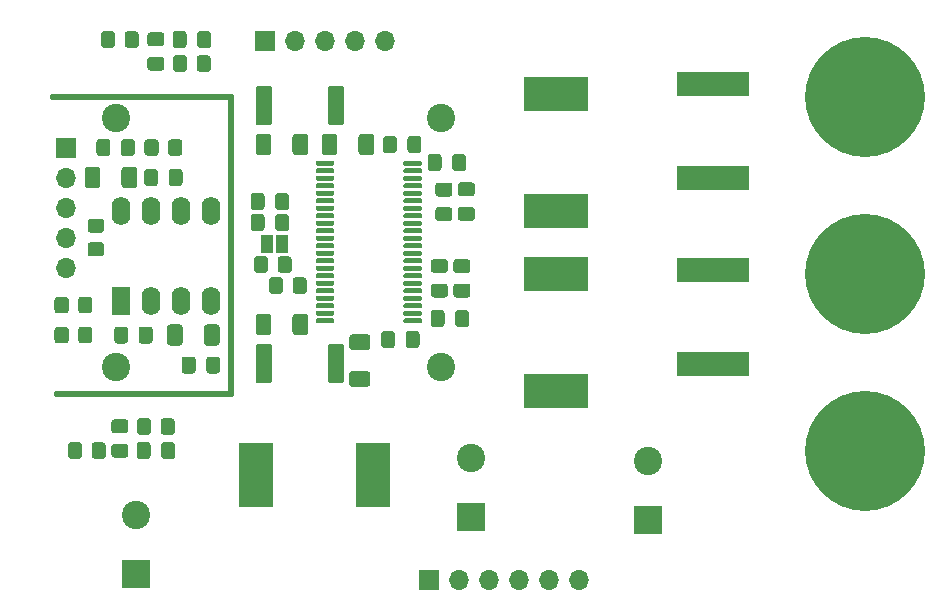
<source format=gbr>
%TF.GenerationSoftware,KiCad,Pcbnew,(5.1.9)-1*%
%TF.CreationDate,2021-11-06T22:46:36-05:00*%
%TF.ProjectId,Discrete_Channel,44697363-7265-4746-955f-4368616e6e65,rev?*%
%TF.SameCoordinates,Original*%
%TF.FileFunction,Soldermask,Top*%
%TF.FilePolarity,Negative*%
%FSLAX46Y46*%
G04 Gerber Fmt 4.6, Leading zero omitted, Abs format (unit mm)*
G04 Created by KiCad (PCBNEW (5.1.9)-1) date 2021-11-06 22:46:36*
%MOMM*%
%LPD*%
G01*
G04 APERTURE LIST*
%ADD10R,2.400000X2.400000*%
%ADD11C,2.400000*%
%ADD12R,6.100000X2.000000*%
%ADD13R,1.700000X1.700000*%
%ADD14O,1.700000X1.700000*%
%ADD15R,2.900000X5.400000*%
%ADD16R,5.400000X2.900000*%
%ADD17R,1.600000X2.400000*%
%ADD18O,1.600000X2.400000*%
%ADD19C,10.160000*%
%ADD20R,1.000000X1.500000*%
%ADD21C,0.254000*%
%ADD22C,0.100000*%
G04 APERTURE END LIST*
%TO.C,C9*%
G36*
G01*
X143103000Y-94521000D02*
X143103000Y-95471000D01*
G75*
G02*
X142853000Y-95721000I-250000J0D01*
G01*
X142178000Y-95721000D01*
G75*
G02*
X141928000Y-95471000I0J250000D01*
G01*
X141928000Y-94521000D01*
G75*
G02*
X142178000Y-94271000I250000J0D01*
G01*
X142853000Y-94271000D01*
G75*
G02*
X143103000Y-94521000I0J-250000D01*
G01*
G37*
G36*
G01*
X141028000Y-94521000D02*
X141028000Y-95471000D01*
G75*
G02*
X140778000Y-95721000I-250000J0D01*
G01*
X140103000Y-95721000D01*
G75*
G02*
X139853000Y-95471000I0J250000D01*
G01*
X139853000Y-94521000D01*
G75*
G02*
X140103000Y-94271000I250000J0D01*
G01*
X140778000Y-94271000D01*
G75*
G02*
X141028000Y-94521000I0J-250000D01*
G01*
G37*
%TD*%
D10*
%TO.C,C1*%
X158496000Y-121666000D03*
D11*
X158496000Y-116666000D03*
%TD*%
D12*
%TO.C,C31*%
X178970000Y-108775000D03*
X178970000Y-100775000D03*
%TD*%
%TO.C,C30*%
X178970000Y-93027000D03*
X178970000Y-85027000D03*
%TD*%
D11*
%TO.C,C2*%
X173482000Y-116920000D03*
D10*
X173482000Y-121920000D03*
%TD*%
%TO.C,C3*%
G36*
G01*
X155354000Y-101944500D02*
X156304000Y-101944500D01*
G75*
G02*
X156554000Y-102194500I0J-250000D01*
G01*
X156554000Y-102869500D01*
G75*
G02*
X156304000Y-103119500I-250000J0D01*
G01*
X155354000Y-103119500D01*
G75*
G02*
X155104000Y-102869500I0J250000D01*
G01*
X155104000Y-102194500D01*
G75*
G02*
X155354000Y-101944500I250000J0D01*
G01*
G37*
G36*
G01*
X155354000Y-99869500D02*
X156304000Y-99869500D01*
G75*
G02*
X156554000Y-100119500I0J-250000D01*
G01*
X156554000Y-100794500D01*
G75*
G02*
X156304000Y-101044500I-250000J0D01*
G01*
X155354000Y-101044500D01*
G75*
G02*
X155104000Y-100794500I0J250000D01*
G01*
X155104000Y-100119500D01*
G75*
G02*
X155354000Y-99869500I250000J0D01*
G01*
G37*
%TD*%
%TO.C,C4*%
G36*
G01*
X158590000Y-96621000D02*
X157640000Y-96621000D01*
G75*
G02*
X157390000Y-96371000I0J250000D01*
G01*
X157390000Y-95696000D01*
G75*
G02*
X157640000Y-95446000I250000J0D01*
G01*
X158590000Y-95446000D01*
G75*
G02*
X158840000Y-95696000I0J-250000D01*
G01*
X158840000Y-96371000D01*
G75*
G02*
X158590000Y-96621000I-250000J0D01*
G01*
G37*
G36*
G01*
X158590000Y-94546000D02*
X157640000Y-94546000D01*
G75*
G02*
X157390000Y-94296000I0J250000D01*
G01*
X157390000Y-93621000D01*
G75*
G02*
X157640000Y-93371000I250000J0D01*
G01*
X158590000Y-93371000D01*
G75*
G02*
X158840000Y-93621000I0J-250000D01*
G01*
X158840000Y-94296000D01*
G75*
G02*
X158590000Y-94546000I-250000J0D01*
G01*
G37*
%TD*%
%TO.C,C5*%
G36*
G01*
X156685000Y-94567500D02*
X155735000Y-94567500D01*
G75*
G02*
X155485000Y-94317500I0J250000D01*
G01*
X155485000Y-93642500D01*
G75*
G02*
X155735000Y-93392500I250000J0D01*
G01*
X156685000Y-93392500D01*
G75*
G02*
X156935000Y-93642500I0J-250000D01*
G01*
X156935000Y-94317500D01*
G75*
G02*
X156685000Y-94567500I-250000J0D01*
G01*
G37*
G36*
G01*
X156685000Y-96642500D02*
X155735000Y-96642500D01*
G75*
G02*
X155485000Y-96392500I0J250000D01*
G01*
X155485000Y-95717500D01*
G75*
G02*
X155735000Y-95467500I250000J0D01*
G01*
X156685000Y-95467500D01*
G75*
G02*
X156935000Y-95717500I0J-250000D01*
G01*
X156935000Y-96392500D01*
G75*
G02*
X156685000Y-96642500I-250000J0D01*
G01*
G37*
%TD*%
%TO.C,C6*%
G36*
G01*
X149748001Y-107558000D02*
X148447999Y-107558000D01*
G75*
G02*
X148198000Y-107308001I0J249999D01*
G01*
X148198000Y-106482999D01*
G75*
G02*
X148447999Y-106233000I249999J0D01*
G01*
X149748001Y-106233000D01*
G75*
G02*
X149998000Y-106482999I0J-249999D01*
G01*
X149998000Y-107308001D01*
G75*
G02*
X149748001Y-107558000I-249999J0D01*
G01*
G37*
G36*
G01*
X149748001Y-110683000D02*
X148447999Y-110683000D01*
G75*
G02*
X148198000Y-110433001I0J249999D01*
G01*
X148198000Y-109607999D01*
G75*
G02*
X148447999Y-109358000I249999J0D01*
G01*
X149748001Y-109358000D01*
G75*
G02*
X149998000Y-109607999I0J-249999D01*
G01*
X149998000Y-110433001D01*
G75*
G02*
X149748001Y-110683000I-249999J0D01*
G01*
G37*
%TD*%
%TO.C,C7*%
G36*
G01*
X157259000Y-99869500D02*
X158209000Y-99869500D01*
G75*
G02*
X158459000Y-100119500I0J-250000D01*
G01*
X158459000Y-100794500D01*
G75*
G02*
X158209000Y-101044500I-250000J0D01*
G01*
X157259000Y-101044500D01*
G75*
G02*
X157009000Y-100794500I0J250000D01*
G01*
X157009000Y-100119500D01*
G75*
G02*
X157259000Y-99869500I250000J0D01*
G01*
G37*
G36*
G01*
X157259000Y-101944500D02*
X158209000Y-101944500D01*
G75*
G02*
X158459000Y-102194500I0J-250000D01*
G01*
X158459000Y-102869500D01*
G75*
G02*
X158209000Y-103119500I-250000J0D01*
G01*
X157259000Y-103119500D01*
G75*
G02*
X157009000Y-102869500I0J250000D01*
G01*
X157009000Y-102194500D01*
G75*
G02*
X157259000Y-101944500I250000J0D01*
G01*
G37*
%TD*%
%TO.C,C8*%
G36*
G01*
X150307000Y-89519999D02*
X150307000Y-90820001D01*
G75*
G02*
X150057001Y-91070000I-249999J0D01*
G01*
X149231999Y-91070000D01*
G75*
G02*
X148982000Y-90820001I0J249999D01*
G01*
X148982000Y-89519999D01*
G75*
G02*
X149231999Y-89270000I249999J0D01*
G01*
X150057001Y-89270000D01*
G75*
G02*
X150307000Y-89519999I0J-249999D01*
G01*
G37*
G36*
G01*
X147182000Y-89519999D02*
X147182000Y-90820001D01*
G75*
G02*
X146932001Y-91070000I-249999J0D01*
G01*
X146106999Y-91070000D01*
G75*
G02*
X145857000Y-90820001I0J249999D01*
G01*
X145857000Y-89519999D01*
G75*
G02*
X146106999Y-89270000I249999J0D01*
G01*
X146932001Y-89270000D01*
G75*
G02*
X147182000Y-89519999I0J-249999D01*
G01*
G37*
%TD*%
%TO.C,C10*%
G36*
G01*
X127968500Y-89949000D02*
X127968500Y-90899000D01*
G75*
G02*
X127718500Y-91149000I-250000J0D01*
G01*
X127043500Y-91149000D01*
G75*
G02*
X126793500Y-90899000I0J250000D01*
G01*
X126793500Y-89949000D01*
G75*
G02*
X127043500Y-89699000I250000J0D01*
G01*
X127718500Y-89699000D01*
G75*
G02*
X127968500Y-89949000I0J-250000D01*
G01*
G37*
G36*
G01*
X130043500Y-89949000D02*
X130043500Y-90899000D01*
G75*
G02*
X129793500Y-91149000I-250000J0D01*
G01*
X129118500Y-91149000D01*
G75*
G02*
X128868500Y-90899000I0J250000D01*
G01*
X128868500Y-89949000D01*
G75*
G02*
X129118500Y-89699000I250000J0D01*
G01*
X129793500Y-89699000D01*
G75*
G02*
X130043500Y-89949000I0J-250000D01*
G01*
G37*
%TD*%
%TO.C,C11*%
G36*
G01*
X134011000Y-109314000D02*
X134011000Y-108364000D01*
G75*
G02*
X134261000Y-108114000I250000J0D01*
G01*
X134936000Y-108114000D01*
G75*
G02*
X135186000Y-108364000I0J-250000D01*
G01*
X135186000Y-109314000D01*
G75*
G02*
X134936000Y-109564000I-250000J0D01*
G01*
X134261000Y-109564000D01*
G75*
G02*
X134011000Y-109314000I0J250000D01*
G01*
G37*
G36*
G01*
X136086000Y-109314000D02*
X136086000Y-108364000D01*
G75*
G02*
X136336000Y-108114000I250000J0D01*
G01*
X137011000Y-108114000D01*
G75*
G02*
X137261000Y-108364000I0J-250000D01*
G01*
X137261000Y-109314000D01*
G75*
G02*
X137011000Y-109564000I-250000J0D01*
G01*
X136336000Y-109564000D01*
G75*
G02*
X136086000Y-109314000I0J250000D01*
G01*
G37*
%TD*%
%TO.C,C12*%
G36*
G01*
X130241000Y-92313999D02*
X130241000Y-93614001D01*
G75*
G02*
X129991001Y-93864000I-249999J0D01*
G01*
X129165999Y-93864000D01*
G75*
G02*
X128916000Y-93614001I0J249999D01*
G01*
X128916000Y-92313999D01*
G75*
G02*
X129165999Y-92064000I249999J0D01*
G01*
X129991001Y-92064000D01*
G75*
G02*
X130241000Y-92313999I0J-249999D01*
G01*
G37*
G36*
G01*
X127116000Y-92313999D02*
X127116000Y-93614001D01*
G75*
G02*
X126866001Y-93864000I-249999J0D01*
G01*
X126040999Y-93864000D01*
G75*
G02*
X125791000Y-93614001I0J249999D01*
G01*
X125791000Y-92313999D01*
G75*
G02*
X126040999Y-92064000I249999J0D01*
G01*
X126866001Y-92064000D01*
G75*
G02*
X127116000Y-92313999I0J-249999D01*
G01*
G37*
%TD*%
%TO.C,C13*%
G36*
G01*
X135901000Y-106949001D02*
X135901000Y-105648999D01*
G75*
G02*
X136150999Y-105399000I249999J0D01*
G01*
X136976001Y-105399000D01*
G75*
G02*
X137226000Y-105648999I0J-249999D01*
G01*
X137226000Y-106949001D01*
G75*
G02*
X136976001Y-107199000I-249999J0D01*
G01*
X136150999Y-107199000D01*
G75*
G02*
X135901000Y-106949001I0J249999D01*
G01*
G37*
G36*
G01*
X132776000Y-106949001D02*
X132776000Y-105648999D01*
G75*
G02*
X133025999Y-105399000I249999J0D01*
G01*
X133851001Y-105399000D01*
G75*
G02*
X134101000Y-105648999I0J-249999D01*
G01*
X134101000Y-106949001D01*
G75*
G02*
X133851001Y-107199000I-249999J0D01*
G01*
X133025999Y-107199000D01*
G75*
G02*
X132776000Y-106949001I0J249999D01*
G01*
G37*
%TD*%
%TO.C,C14*%
G36*
G01*
X140269000Y-106060001D02*
X140269000Y-104759999D01*
G75*
G02*
X140518999Y-104510000I249999J0D01*
G01*
X141344001Y-104510000D01*
G75*
G02*
X141594000Y-104759999I0J-249999D01*
G01*
X141594000Y-106060001D01*
G75*
G02*
X141344001Y-106310000I-249999J0D01*
G01*
X140518999Y-106310000D01*
G75*
G02*
X140269000Y-106060001I0J249999D01*
G01*
G37*
G36*
G01*
X143394000Y-106060001D02*
X143394000Y-104759999D01*
G75*
G02*
X143643999Y-104510000I249999J0D01*
G01*
X144469001Y-104510000D01*
G75*
G02*
X144719000Y-104759999I0J-249999D01*
G01*
X144719000Y-106060001D01*
G75*
G02*
X144469001Y-106310000I-249999J0D01*
G01*
X143643999Y-106310000D01*
G75*
G02*
X143394000Y-106060001I0J249999D01*
G01*
G37*
%TD*%
%TO.C,C15*%
G36*
G01*
X143394000Y-90820001D02*
X143394000Y-89519999D01*
G75*
G02*
X143643999Y-89270000I249999J0D01*
G01*
X144469001Y-89270000D01*
G75*
G02*
X144719000Y-89519999I0J-249999D01*
G01*
X144719000Y-90820001D01*
G75*
G02*
X144469001Y-91070000I-249999J0D01*
G01*
X143643999Y-91070000D01*
G75*
G02*
X143394000Y-90820001I0J249999D01*
G01*
G37*
G36*
G01*
X140269000Y-90820001D02*
X140269000Y-89519999D01*
G75*
G02*
X140518999Y-89270000I249999J0D01*
G01*
X141344001Y-89270000D01*
G75*
G02*
X141594000Y-89519999I0J-249999D01*
G01*
X141594000Y-90820001D01*
G75*
G02*
X141344001Y-91070000I-249999J0D01*
G01*
X140518999Y-91070000D01*
G75*
G02*
X140269000Y-90820001I0J249999D01*
G01*
G37*
%TD*%
%TO.C,C16*%
G36*
G01*
X141928000Y-97249000D02*
X141928000Y-96299000D01*
G75*
G02*
X142178000Y-96049000I250000J0D01*
G01*
X142853000Y-96049000D01*
G75*
G02*
X143103000Y-96299000I0J-250000D01*
G01*
X143103000Y-97249000D01*
G75*
G02*
X142853000Y-97499000I-250000J0D01*
G01*
X142178000Y-97499000D01*
G75*
G02*
X141928000Y-97249000I0J250000D01*
G01*
G37*
G36*
G01*
X139853000Y-97249000D02*
X139853000Y-96299000D01*
G75*
G02*
X140103000Y-96049000I250000J0D01*
G01*
X140778000Y-96049000D01*
G75*
G02*
X141028000Y-96299000I0J-250000D01*
G01*
X141028000Y-97249000D01*
G75*
G02*
X140778000Y-97499000I-250000J0D01*
G01*
X140103000Y-97499000D01*
G75*
G02*
X139853000Y-97249000I0J250000D01*
G01*
G37*
%TD*%
%TO.C,C17*%
X130175000Y-126492000D03*
D11*
X130175000Y-121492000D03*
%TD*%
%TO.C,C19*%
G36*
G01*
X131546000Y-105824000D02*
X131546000Y-106774000D01*
G75*
G02*
X131296000Y-107024000I-250000J0D01*
G01*
X130621000Y-107024000D01*
G75*
G02*
X130371000Y-106774000I0J250000D01*
G01*
X130371000Y-105824000D01*
G75*
G02*
X130621000Y-105574000I250000J0D01*
G01*
X131296000Y-105574000D01*
G75*
G02*
X131546000Y-105824000I0J-250000D01*
G01*
G37*
G36*
G01*
X129471000Y-105824000D02*
X129471000Y-106774000D01*
G75*
G02*
X129221000Y-107024000I-250000J0D01*
G01*
X128546000Y-107024000D01*
G75*
G02*
X128296000Y-106774000I0J250000D01*
G01*
X128296000Y-105824000D01*
G75*
G02*
X128546000Y-105574000I250000J0D01*
G01*
X129221000Y-105574000D01*
G75*
G02*
X129471000Y-105824000I0J-250000D01*
G01*
G37*
%TD*%
%TO.C,C18*%
G36*
G01*
X132011000Y-92489000D02*
X132011000Y-93439000D01*
G75*
G02*
X131761000Y-93689000I-250000J0D01*
G01*
X131086000Y-93689000D01*
G75*
G02*
X130836000Y-93439000I0J250000D01*
G01*
X130836000Y-92489000D01*
G75*
G02*
X131086000Y-92239000I250000J0D01*
G01*
X131761000Y-92239000D01*
G75*
G02*
X132011000Y-92489000I0J-250000D01*
G01*
G37*
G36*
G01*
X134086000Y-92489000D02*
X134086000Y-93439000D01*
G75*
G02*
X133836000Y-93689000I-250000J0D01*
G01*
X133161000Y-93689000D01*
G75*
G02*
X132911000Y-93439000I0J250000D01*
G01*
X132911000Y-92489000D01*
G75*
G02*
X133161000Y-92239000I250000J0D01*
G01*
X133836000Y-92239000D01*
G75*
G02*
X134086000Y-92489000I0J-250000D01*
G01*
G37*
%TD*%
%TO.C,C22*%
G36*
G01*
X150902000Y-107155000D02*
X150902000Y-106205000D01*
G75*
G02*
X151152000Y-105955000I250000J0D01*
G01*
X151827000Y-105955000D01*
G75*
G02*
X152077000Y-106205000I0J-250000D01*
G01*
X152077000Y-107155000D01*
G75*
G02*
X151827000Y-107405000I-250000J0D01*
G01*
X151152000Y-107405000D01*
G75*
G02*
X150902000Y-107155000I0J250000D01*
G01*
G37*
G36*
G01*
X152977000Y-107155000D02*
X152977000Y-106205000D01*
G75*
G02*
X153227000Y-105955000I250000J0D01*
G01*
X153902000Y-105955000D01*
G75*
G02*
X154152000Y-106205000I0J-250000D01*
G01*
X154152000Y-107155000D01*
G75*
G02*
X153902000Y-107405000I-250000J0D01*
G01*
X153227000Y-107405000D01*
G75*
G02*
X152977000Y-107155000I0J250000D01*
G01*
G37*
%TD*%
%TO.C,C23*%
G36*
G01*
X157168000Y-105377000D02*
X157168000Y-104427000D01*
G75*
G02*
X157418000Y-104177000I250000J0D01*
G01*
X158093000Y-104177000D01*
G75*
G02*
X158343000Y-104427000I0J-250000D01*
G01*
X158343000Y-105377000D01*
G75*
G02*
X158093000Y-105627000I-250000J0D01*
G01*
X157418000Y-105627000D01*
G75*
G02*
X157168000Y-105377000I0J250000D01*
G01*
G37*
G36*
G01*
X155093000Y-105377000D02*
X155093000Y-104427000D01*
G75*
G02*
X155343000Y-104177000I250000J0D01*
G01*
X156018000Y-104177000D01*
G75*
G02*
X156268000Y-104427000I0J-250000D01*
G01*
X156268000Y-105377000D01*
G75*
G02*
X156018000Y-105627000I-250000J0D01*
G01*
X155343000Y-105627000D01*
G75*
G02*
X155093000Y-105377000I0J250000D01*
G01*
G37*
%TD*%
%TO.C,C24*%
G36*
G01*
X156914000Y-92169000D02*
X156914000Y-91219000D01*
G75*
G02*
X157164000Y-90969000I250000J0D01*
G01*
X157839000Y-90969000D01*
G75*
G02*
X158089000Y-91219000I0J-250000D01*
G01*
X158089000Y-92169000D01*
G75*
G02*
X157839000Y-92419000I-250000J0D01*
G01*
X157164000Y-92419000D01*
G75*
G02*
X156914000Y-92169000I0J250000D01*
G01*
G37*
G36*
G01*
X154839000Y-92169000D02*
X154839000Y-91219000D01*
G75*
G02*
X155089000Y-90969000I250000J0D01*
G01*
X155764000Y-90969000D01*
G75*
G02*
X156014000Y-91219000I0J-250000D01*
G01*
X156014000Y-92169000D01*
G75*
G02*
X155764000Y-92419000I-250000J0D01*
G01*
X155089000Y-92419000D01*
G75*
G02*
X154839000Y-92169000I0J250000D01*
G01*
G37*
%TD*%
%TO.C,C25*%
G36*
G01*
X154300500Y-89695000D02*
X154300500Y-90645000D01*
G75*
G02*
X154050500Y-90895000I-250000J0D01*
G01*
X153375500Y-90895000D01*
G75*
G02*
X153125500Y-90645000I0J250000D01*
G01*
X153125500Y-89695000D01*
G75*
G02*
X153375500Y-89445000I250000J0D01*
G01*
X154050500Y-89445000D01*
G75*
G02*
X154300500Y-89695000I0J-250000D01*
G01*
G37*
G36*
G01*
X152225500Y-89695000D02*
X152225500Y-90645000D01*
G75*
G02*
X151975500Y-90895000I-250000J0D01*
G01*
X151300500Y-90895000D01*
G75*
G02*
X151050500Y-90645000I0J250000D01*
G01*
X151050500Y-89695000D01*
G75*
G02*
X151300500Y-89445000I250000J0D01*
G01*
X151975500Y-89445000D01*
G75*
G02*
X152225500Y-89695000I0J-250000D01*
G01*
G37*
%TD*%
%TO.C,C26*%
G36*
G01*
X132301000Y-81846000D02*
X131351000Y-81846000D01*
G75*
G02*
X131101000Y-81596000I0J250000D01*
G01*
X131101000Y-80921000D01*
G75*
G02*
X131351000Y-80671000I250000J0D01*
G01*
X132301000Y-80671000D01*
G75*
G02*
X132551000Y-80921000I0J-250000D01*
G01*
X132551000Y-81596000D01*
G75*
G02*
X132301000Y-81846000I-250000J0D01*
G01*
G37*
G36*
G01*
X132301000Y-83921000D02*
X131351000Y-83921000D01*
G75*
G02*
X131101000Y-83671000I0J250000D01*
G01*
X131101000Y-82996000D01*
G75*
G02*
X131351000Y-82746000I250000J0D01*
G01*
X132301000Y-82746000D01*
G75*
G02*
X132551000Y-82996000I0J-250000D01*
G01*
X132551000Y-83671000D01*
G75*
G02*
X132301000Y-83921000I-250000J0D01*
G01*
G37*
%TD*%
%TO.C,C27*%
G36*
G01*
X128303000Y-115512000D02*
X129253000Y-115512000D01*
G75*
G02*
X129503000Y-115762000I0J-250000D01*
G01*
X129503000Y-116437000D01*
G75*
G02*
X129253000Y-116687000I-250000J0D01*
G01*
X128303000Y-116687000D01*
G75*
G02*
X128053000Y-116437000I0J250000D01*
G01*
X128053000Y-115762000D01*
G75*
G02*
X128303000Y-115512000I250000J0D01*
G01*
G37*
G36*
G01*
X128303000Y-113437000D02*
X129253000Y-113437000D01*
G75*
G02*
X129503000Y-113687000I0J-250000D01*
G01*
X129503000Y-114362000D01*
G75*
G02*
X129253000Y-114612000I-250000J0D01*
G01*
X128303000Y-114612000D01*
G75*
G02*
X128053000Y-114362000I0J250000D01*
G01*
X128053000Y-113687000D01*
G75*
G02*
X128303000Y-113437000I250000J0D01*
G01*
G37*
%TD*%
%TO.C,C28*%
G36*
G01*
X133249000Y-81755000D02*
X133249000Y-80805000D01*
G75*
G02*
X133499000Y-80555000I250000J0D01*
G01*
X134174000Y-80555000D01*
G75*
G02*
X134424000Y-80805000I0J-250000D01*
G01*
X134424000Y-81755000D01*
G75*
G02*
X134174000Y-82005000I-250000J0D01*
G01*
X133499000Y-82005000D01*
G75*
G02*
X133249000Y-81755000I0J250000D01*
G01*
G37*
G36*
G01*
X135324000Y-81755000D02*
X135324000Y-80805000D01*
G75*
G02*
X135574000Y-80555000I250000J0D01*
G01*
X136249000Y-80555000D01*
G75*
G02*
X136499000Y-80805000I0J-250000D01*
G01*
X136499000Y-81755000D01*
G75*
G02*
X136249000Y-82005000I-250000J0D01*
G01*
X135574000Y-82005000D01*
G75*
G02*
X135324000Y-81755000I0J250000D01*
G01*
G37*
%TD*%
%TO.C,C29*%
G36*
G01*
X132276000Y-116553000D02*
X132276000Y-115603000D01*
G75*
G02*
X132526000Y-115353000I250000J0D01*
G01*
X133201000Y-115353000D01*
G75*
G02*
X133451000Y-115603000I0J-250000D01*
G01*
X133451000Y-116553000D01*
G75*
G02*
X133201000Y-116803000I-250000J0D01*
G01*
X132526000Y-116803000D01*
G75*
G02*
X132276000Y-116553000I0J250000D01*
G01*
G37*
G36*
G01*
X130201000Y-116553000D02*
X130201000Y-115603000D01*
G75*
G02*
X130451000Y-115353000I250000J0D01*
G01*
X131126000Y-115353000D01*
G75*
G02*
X131376000Y-115603000I0J-250000D01*
G01*
X131376000Y-116553000D01*
G75*
G02*
X131126000Y-116803000I-250000J0D01*
G01*
X130451000Y-116803000D01*
G75*
G02*
X130201000Y-116553000I0J250000D01*
G01*
G37*
%TD*%
D13*
%TO.C,J1*%
X141097000Y-81407000D03*
D14*
X143637000Y-81407000D03*
X146177000Y-81407000D03*
X148717000Y-81407000D03*
X151257000Y-81407000D03*
%TD*%
%TO.C,J3*%
X124206000Y-100584000D03*
X124206000Y-98044000D03*
X124206000Y-95504000D03*
X124206000Y-92964000D03*
D13*
X124206000Y-90424000D03*
%TD*%
D15*
%TO.C,L1*%
X150238000Y-118110000D03*
X140338000Y-118110000D03*
%TD*%
D16*
%TO.C,L2*%
X165735000Y-95755000D03*
X165735000Y-85855000D03*
%TD*%
%TO.C,L4*%
X165735000Y-101095000D03*
X165735000Y-110995000D03*
%TD*%
%TO.C,R3*%
G36*
G01*
X142132000Y-100780001D02*
X142132000Y-99879999D01*
G75*
G02*
X142381999Y-99630000I249999J0D01*
G01*
X143082001Y-99630000D01*
G75*
G02*
X143332000Y-99879999I0J-249999D01*
G01*
X143332000Y-100780001D01*
G75*
G02*
X143082001Y-101030000I-249999J0D01*
G01*
X142381999Y-101030000D01*
G75*
G02*
X142132000Y-100780001I0J249999D01*
G01*
G37*
G36*
G01*
X140132000Y-100780001D02*
X140132000Y-99879999D01*
G75*
G02*
X140381999Y-99630000I249999J0D01*
G01*
X141082001Y-99630000D01*
G75*
G02*
X141332000Y-99879999I0J-249999D01*
G01*
X141332000Y-100780001D01*
G75*
G02*
X141082001Y-101030000I-249999J0D01*
G01*
X140381999Y-101030000D01*
G75*
G02*
X140132000Y-100780001I0J249999D01*
G01*
G37*
%TD*%
%TO.C,R4*%
G36*
G01*
X141402000Y-102558001D02*
X141402000Y-101657999D01*
G75*
G02*
X141651999Y-101408000I249999J0D01*
G01*
X142352001Y-101408000D01*
G75*
G02*
X142602000Y-101657999I0J-249999D01*
G01*
X142602000Y-102558001D01*
G75*
G02*
X142352001Y-102808000I-249999J0D01*
G01*
X141651999Y-102808000D01*
G75*
G02*
X141402000Y-102558001I0J249999D01*
G01*
G37*
G36*
G01*
X143402000Y-102558001D02*
X143402000Y-101657999D01*
G75*
G02*
X143651999Y-101408000I249999J0D01*
G01*
X144352001Y-101408000D01*
G75*
G02*
X144602000Y-101657999I0J-249999D01*
G01*
X144602000Y-102558001D01*
G75*
G02*
X144352001Y-102808000I-249999J0D01*
G01*
X143651999Y-102808000D01*
G75*
G02*
X143402000Y-102558001I0J249999D01*
G01*
G37*
%TD*%
%TO.C,R5*%
G36*
G01*
X125241000Y-104209001D02*
X125241000Y-103308999D01*
G75*
G02*
X125490999Y-103059000I249999J0D01*
G01*
X126191001Y-103059000D01*
G75*
G02*
X126441000Y-103308999I0J-249999D01*
G01*
X126441000Y-104209001D01*
G75*
G02*
X126191001Y-104459000I-249999J0D01*
G01*
X125490999Y-104459000D01*
G75*
G02*
X125241000Y-104209001I0J249999D01*
G01*
G37*
G36*
G01*
X123241000Y-104209001D02*
X123241000Y-103308999D01*
G75*
G02*
X123490999Y-103059000I249999J0D01*
G01*
X124191001Y-103059000D01*
G75*
G02*
X124441000Y-103308999I0J-249999D01*
G01*
X124441000Y-104209001D01*
G75*
G02*
X124191001Y-104459000I-249999J0D01*
G01*
X123490999Y-104459000D01*
G75*
G02*
X123241000Y-104209001I0J249999D01*
G01*
G37*
%TD*%
%TO.C,R6*%
G36*
G01*
X126295999Y-96444000D02*
X127196001Y-96444000D01*
G75*
G02*
X127446000Y-96693999I0J-249999D01*
G01*
X127446000Y-97394001D01*
G75*
G02*
X127196001Y-97644000I-249999J0D01*
G01*
X126295999Y-97644000D01*
G75*
G02*
X126046000Y-97394001I0J249999D01*
G01*
X126046000Y-96693999D01*
G75*
G02*
X126295999Y-96444000I249999J0D01*
G01*
G37*
G36*
G01*
X126295999Y-98444000D02*
X127196001Y-98444000D01*
G75*
G02*
X127446000Y-98693999I0J-249999D01*
G01*
X127446000Y-99394001D01*
G75*
G02*
X127196001Y-99644000I-249999J0D01*
G01*
X126295999Y-99644000D01*
G75*
G02*
X126046000Y-99394001I0J249999D01*
G01*
X126046000Y-98693999D01*
G75*
G02*
X126295999Y-98444000I249999J0D01*
G01*
G37*
%TD*%
%TO.C,R8*%
G36*
G01*
X124441000Y-105848600D02*
X124441000Y-106749400D01*
G75*
G02*
X124191400Y-106999000I-249600J0D01*
G01*
X123490600Y-106999000D01*
G75*
G02*
X123241000Y-106749400I0J249600D01*
G01*
X123241000Y-105848600D01*
G75*
G02*
X123490600Y-105599000I249600J0D01*
G01*
X124191400Y-105599000D01*
G75*
G02*
X124441000Y-105848600I0J-249600D01*
G01*
G37*
G36*
G01*
X126441000Y-105848999D02*
X126441000Y-106749001D01*
G75*
G02*
X126191001Y-106999000I-249999J0D01*
G01*
X125490999Y-106999000D01*
G75*
G02*
X125241000Y-106749001I0J249999D01*
G01*
X125241000Y-105848999D01*
G75*
G02*
X125490999Y-105599000I249999J0D01*
G01*
X126191001Y-105599000D01*
G75*
G02*
X126441000Y-105848999I0J-249999D01*
G01*
G37*
%TD*%
%TO.C,R7*%
G36*
G01*
X130861000Y-90874001D02*
X130861000Y-89973999D01*
G75*
G02*
X131110999Y-89724000I249999J0D01*
G01*
X131811001Y-89724000D01*
G75*
G02*
X132061000Y-89973999I0J-249999D01*
G01*
X132061000Y-90874001D01*
G75*
G02*
X131811001Y-91124000I-249999J0D01*
G01*
X131110999Y-91124000D01*
G75*
G02*
X130861000Y-90874001I0J249999D01*
G01*
G37*
G36*
G01*
X132861000Y-90874001D02*
X132861000Y-89973999D01*
G75*
G02*
X133110999Y-89724000I249999J0D01*
G01*
X133811001Y-89724000D01*
G75*
G02*
X134061000Y-89973999I0J-249999D01*
G01*
X134061000Y-90874001D01*
G75*
G02*
X133811001Y-91124000I-249999J0D01*
G01*
X133110999Y-91124000D01*
G75*
G02*
X132861000Y-90874001I0J249999D01*
G01*
G37*
%TD*%
%TO.C,R9*%
G36*
G01*
X133274000Y-83762001D02*
X133274000Y-82861999D01*
G75*
G02*
X133523999Y-82612000I249999J0D01*
G01*
X134224001Y-82612000D01*
G75*
G02*
X134474000Y-82861999I0J-249999D01*
G01*
X134474000Y-83762001D01*
G75*
G02*
X134224001Y-84012000I-249999J0D01*
G01*
X133523999Y-84012000D01*
G75*
G02*
X133274000Y-83762001I0J249999D01*
G01*
G37*
G36*
G01*
X135274000Y-83762001D02*
X135274000Y-82861999D01*
G75*
G02*
X135523999Y-82612000I249999J0D01*
G01*
X136224001Y-82612000D01*
G75*
G02*
X136474000Y-82861999I0J-249999D01*
G01*
X136474000Y-83762001D01*
G75*
G02*
X136224001Y-84012000I-249999J0D01*
G01*
X135523999Y-84012000D01*
G75*
G02*
X135274000Y-83762001I0J249999D01*
G01*
G37*
%TD*%
%TO.C,R10*%
G36*
G01*
X133426000Y-113595999D02*
X133426000Y-114496001D01*
G75*
G02*
X133176001Y-114746000I-249999J0D01*
G01*
X132475999Y-114746000D01*
G75*
G02*
X132226000Y-114496001I0J249999D01*
G01*
X132226000Y-113595999D01*
G75*
G02*
X132475999Y-113346000I249999J0D01*
G01*
X133176001Y-113346000D01*
G75*
G02*
X133426000Y-113595999I0J-249999D01*
G01*
G37*
G36*
G01*
X131426000Y-113595999D02*
X131426000Y-114496001D01*
G75*
G02*
X131176001Y-114746000I-249999J0D01*
G01*
X130475999Y-114746000D01*
G75*
G02*
X130226000Y-114496001I0J249999D01*
G01*
X130226000Y-113595999D01*
G75*
G02*
X130475999Y-113346000I249999J0D01*
G01*
X131176001Y-113346000D01*
G75*
G02*
X131426000Y-113595999I0J-249999D01*
G01*
G37*
%TD*%
%TO.C,R11*%
G36*
G01*
X128378000Y-80829999D02*
X128378000Y-81730001D01*
G75*
G02*
X128128001Y-81980000I-249999J0D01*
G01*
X127427999Y-81980000D01*
G75*
G02*
X127178000Y-81730001I0J249999D01*
G01*
X127178000Y-80829999D01*
G75*
G02*
X127427999Y-80580000I249999J0D01*
G01*
X128128001Y-80580000D01*
G75*
G02*
X128378000Y-80829999I0J-249999D01*
G01*
G37*
G36*
G01*
X130378000Y-80829999D02*
X130378000Y-81730001D01*
G75*
G02*
X130128001Y-81980000I-249999J0D01*
G01*
X129427999Y-81980000D01*
G75*
G02*
X129178000Y-81730001I0J249999D01*
G01*
X129178000Y-80829999D01*
G75*
G02*
X129427999Y-80580000I249999J0D01*
G01*
X130128001Y-80580000D01*
G75*
G02*
X130378000Y-80829999I0J-249999D01*
G01*
G37*
%TD*%
%TO.C,R12*%
G36*
G01*
X125584000Y-115627999D02*
X125584000Y-116528001D01*
G75*
G02*
X125334001Y-116778000I-249999J0D01*
G01*
X124633999Y-116778000D01*
G75*
G02*
X124384000Y-116528001I0J249999D01*
G01*
X124384000Y-115627999D01*
G75*
G02*
X124633999Y-115378000I249999J0D01*
G01*
X125334001Y-115378000D01*
G75*
G02*
X125584000Y-115627999I0J-249999D01*
G01*
G37*
G36*
G01*
X127584000Y-115627999D02*
X127584000Y-116528001D01*
G75*
G02*
X127334001Y-116778000I-249999J0D01*
G01*
X126633999Y-116778000D01*
G75*
G02*
X126384000Y-116528001I0J249999D01*
G01*
X126384000Y-115627999D01*
G75*
G02*
X126633999Y-115378000I249999J0D01*
G01*
X127334001Y-115378000D01*
G75*
G02*
X127584000Y-115627999I0J-249999D01*
G01*
G37*
%TD*%
%TO.C,U1*%
G36*
G01*
X145360000Y-91857500D02*
X145360000Y-91657500D01*
G75*
G02*
X145460000Y-91557500I100000J0D01*
G01*
X146835000Y-91557500D01*
G75*
G02*
X146935000Y-91657500I0J-100000D01*
G01*
X146935000Y-91857500D01*
G75*
G02*
X146835000Y-91957500I-100000J0D01*
G01*
X145460000Y-91957500D01*
G75*
G02*
X145360000Y-91857500I0J100000D01*
G01*
G37*
G36*
G01*
X145360000Y-92492500D02*
X145360000Y-92292500D01*
G75*
G02*
X145460000Y-92192500I100000J0D01*
G01*
X146835000Y-92192500D01*
G75*
G02*
X146935000Y-92292500I0J-100000D01*
G01*
X146935000Y-92492500D01*
G75*
G02*
X146835000Y-92592500I-100000J0D01*
G01*
X145460000Y-92592500D01*
G75*
G02*
X145360000Y-92492500I0J100000D01*
G01*
G37*
G36*
G01*
X145360000Y-93127500D02*
X145360000Y-92927500D01*
G75*
G02*
X145460000Y-92827500I100000J0D01*
G01*
X146835000Y-92827500D01*
G75*
G02*
X146935000Y-92927500I0J-100000D01*
G01*
X146935000Y-93127500D01*
G75*
G02*
X146835000Y-93227500I-100000J0D01*
G01*
X145460000Y-93227500D01*
G75*
G02*
X145360000Y-93127500I0J100000D01*
G01*
G37*
G36*
G01*
X145360000Y-93762500D02*
X145360000Y-93562500D01*
G75*
G02*
X145460000Y-93462500I100000J0D01*
G01*
X146835000Y-93462500D01*
G75*
G02*
X146935000Y-93562500I0J-100000D01*
G01*
X146935000Y-93762500D01*
G75*
G02*
X146835000Y-93862500I-100000J0D01*
G01*
X145460000Y-93862500D01*
G75*
G02*
X145360000Y-93762500I0J100000D01*
G01*
G37*
G36*
G01*
X145360000Y-94397500D02*
X145360000Y-94197500D01*
G75*
G02*
X145460000Y-94097500I100000J0D01*
G01*
X146835000Y-94097500D01*
G75*
G02*
X146935000Y-94197500I0J-100000D01*
G01*
X146935000Y-94397500D01*
G75*
G02*
X146835000Y-94497500I-100000J0D01*
G01*
X145460000Y-94497500D01*
G75*
G02*
X145360000Y-94397500I0J100000D01*
G01*
G37*
G36*
G01*
X145360000Y-95032500D02*
X145360000Y-94832500D01*
G75*
G02*
X145460000Y-94732500I100000J0D01*
G01*
X146835000Y-94732500D01*
G75*
G02*
X146935000Y-94832500I0J-100000D01*
G01*
X146935000Y-95032500D01*
G75*
G02*
X146835000Y-95132500I-100000J0D01*
G01*
X145460000Y-95132500D01*
G75*
G02*
X145360000Y-95032500I0J100000D01*
G01*
G37*
G36*
G01*
X145360000Y-95667500D02*
X145360000Y-95467500D01*
G75*
G02*
X145460000Y-95367500I100000J0D01*
G01*
X146835000Y-95367500D01*
G75*
G02*
X146935000Y-95467500I0J-100000D01*
G01*
X146935000Y-95667500D01*
G75*
G02*
X146835000Y-95767500I-100000J0D01*
G01*
X145460000Y-95767500D01*
G75*
G02*
X145360000Y-95667500I0J100000D01*
G01*
G37*
G36*
G01*
X145360000Y-96302500D02*
X145360000Y-96102500D01*
G75*
G02*
X145460000Y-96002500I100000J0D01*
G01*
X146835000Y-96002500D01*
G75*
G02*
X146935000Y-96102500I0J-100000D01*
G01*
X146935000Y-96302500D01*
G75*
G02*
X146835000Y-96402500I-100000J0D01*
G01*
X145460000Y-96402500D01*
G75*
G02*
X145360000Y-96302500I0J100000D01*
G01*
G37*
G36*
G01*
X145360000Y-96937500D02*
X145360000Y-96737500D01*
G75*
G02*
X145460000Y-96637500I100000J0D01*
G01*
X146835000Y-96637500D01*
G75*
G02*
X146935000Y-96737500I0J-100000D01*
G01*
X146935000Y-96937500D01*
G75*
G02*
X146835000Y-97037500I-100000J0D01*
G01*
X145460000Y-97037500D01*
G75*
G02*
X145360000Y-96937500I0J100000D01*
G01*
G37*
G36*
G01*
X145360000Y-97572500D02*
X145360000Y-97372500D01*
G75*
G02*
X145460000Y-97272500I100000J0D01*
G01*
X146835000Y-97272500D01*
G75*
G02*
X146935000Y-97372500I0J-100000D01*
G01*
X146935000Y-97572500D01*
G75*
G02*
X146835000Y-97672500I-100000J0D01*
G01*
X145460000Y-97672500D01*
G75*
G02*
X145360000Y-97572500I0J100000D01*
G01*
G37*
G36*
G01*
X145360000Y-98207500D02*
X145360000Y-98007500D01*
G75*
G02*
X145460000Y-97907500I100000J0D01*
G01*
X146835000Y-97907500D01*
G75*
G02*
X146935000Y-98007500I0J-100000D01*
G01*
X146935000Y-98207500D01*
G75*
G02*
X146835000Y-98307500I-100000J0D01*
G01*
X145460000Y-98307500D01*
G75*
G02*
X145360000Y-98207500I0J100000D01*
G01*
G37*
G36*
G01*
X145360000Y-98842500D02*
X145360000Y-98642500D01*
G75*
G02*
X145460000Y-98542500I100000J0D01*
G01*
X146835000Y-98542500D01*
G75*
G02*
X146935000Y-98642500I0J-100000D01*
G01*
X146935000Y-98842500D01*
G75*
G02*
X146835000Y-98942500I-100000J0D01*
G01*
X145460000Y-98942500D01*
G75*
G02*
X145360000Y-98842500I0J100000D01*
G01*
G37*
G36*
G01*
X145360000Y-99477500D02*
X145360000Y-99277500D01*
G75*
G02*
X145460000Y-99177500I100000J0D01*
G01*
X146835000Y-99177500D01*
G75*
G02*
X146935000Y-99277500I0J-100000D01*
G01*
X146935000Y-99477500D01*
G75*
G02*
X146835000Y-99577500I-100000J0D01*
G01*
X145460000Y-99577500D01*
G75*
G02*
X145360000Y-99477500I0J100000D01*
G01*
G37*
G36*
G01*
X145360000Y-100112500D02*
X145360000Y-99912500D01*
G75*
G02*
X145460000Y-99812500I100000J0D01*
G01*
X146835000Y-99812500D01*
G75*
G02*
X146935000Y-99912500I0J-100000D01*
G01*
X146935000Y-100112500D01*
G75*
G02*
X146835000Y-100212500I-100000J0D01*
G01*
X145460000Y-100212500D01*
G75*
G02*
X145360000Y-100112500I0J100000D01*
G01*
G37*
G36*
G01*
X145360000Y-100747500D02*
X145360000Y-100547500D01*
G75*
G02*
X145460000Y-100447500I100000J0D01*
G01*
X146835000Y-100447500D01*
G75*
G02*
X146935000Y-100547500I0J-100000D01*
G01*
X146935000Y-100747500D01*
G75*
G02*
X146835000Y-100847500I-100000J0D01*
G01*
X145460000Y-100847500D01*
G75*
G02*
X145360000Y-100747500I0J100000D01*
G01*
G37*
G36*
G01*
X145360000Y-101382500D02*
X145360000Y-101182500D01*
G75*
G02*
X145460000Y-101082500I100000J0D01*
G01*
X146835000Y-101082500D01*
G75*
G02*
X146935000Y-101182500I0J-100000D01*
G01*
X146935000Y-101382500D01*
G75*
G02*
X146835000Y-101482500I-100000J0D01*
G01*
X145460000Y-101482500D01*
G75*
G02*
X145360000Y-101382500I0J100000D01*
G01*
G37*
G36*
G01*
X145360000Y-102017500D02*
X145360000Y-101817500D01*
G75*
G02*
X145460000Y-101717500I100000J0D01*
G01*
X146835000Y-101717500D01*
G75*
G02*
X146935000Y-101817500I0J-100000D01*
G01*
X146935000Y-102017500D01*
G75*
G02*
X146835000Y-102117500I-100000J0D01*
G01*
X145460000Y-102117500D01*
G75*
G02*
X145360000Y-102017500I0J100000D01*
G01*
G37*
G36*
G01*
X145360000Y-102652500D02*
X145360000Y-102452500D01*
G75*
G02*
X145460000Y-102352500I100000J0D01*
G01*
X146835000Y-102352500D01*
G75*
G02*
X146935000Y-102452500I0J-100000D01*
G01*
X146935000Y-102652500D01*
G75*
G02*
X146835000Y-102752500I-100000J0D01*
G01*
X145460000Y-102752500D01*
G75*
G02*
X145360000Y-102652500I0J100000D01*
G01*
G37*
G36*
G01*
X145360000Y-103287500D02*
X145360000Y-103087500D01*
G75*
G02*
X145460000Y-102987500I100000J0D01*
G01*
X146835000Y-102987500D01*
G75*
G02*
X146935000Y-103087500I0J-100000D01*
G01*
X146935000Y-103287500D01*
G75*
G02*
X146835000Y-103387500I-100000J0D01*
G01*
X145460000Y-103387500D01*
G75*
G02*
X145360000Y-103287500I0J100000D01*
G01*
G37*
G36*
G01*
X145360000Y-103922500D02*
X145360000Y-103722500D01*
G75*
G02*
X145460000Y-103622500I100000J0D01*
G01*
X146835000Y-103622500D01*
G75*
G02*
X146935000Y-103722500I0J-100000D01*
G01*
X146935000Y-103922500D01*
G75*
G02*
X146835000Y-104022500I-100000J0D01*
G01*
X145460000Y-104022500D01*
G75*
G02*
X145360000Y-103922500I0J100000D01*
G01*
G37*
G36*
G01*
X145360000Y-104557500D02*
X145360000Y-104357500D01*
G75*
G02*
X145460000Y-104257500I100000J0D01*
G01*
X146835000Y-104257500D01*
G75*
G02*
X146935000Y-104357500I0J-100000D01*
G01*
X146935000Y-104557500D01*
G75*
G02*
X146835000Y-104657500I-100000J0D01*
G01*
X145460000Y-104657500D01*
G75*
G02*
X145360000Y-104557500I0J100000D01*
G01*
G37*
G36*
G01*
X145360000Y-105192500D02*
X145360000Y-104992500D01*
G75*
G02*
X145460000Y-104892500I100000J0D01*
G01*
X146835000Y-104892500D01*
G75*
G02*
X146935000Y-104992500I0J-100000D01*
G01*
X146935000Y-105192500D01*
G75*
G02*
X146835000Y-105292500I-100000J0D01*
G01*
X145460000Y-105292500D01*
G75*
G02*
X145360000Y-105192500I0J100000D01*
G01*
G37*
G36*
G01*
X152785000Y-105192500D02*
X152785000Y-104992500D01*
G75*
G02*
X152885000Y-104892500I100000J0D01*
G01*
X154260000Y-104892500D01*
G75*
G02*
X154360000Y-104992500I0J-100000D01*
G01*
X154360000Y-105192500D01*
G75*
G02*
X154260000Y-105292500I-100000J0D01*
G01*
X152885000Y-105292500D01*
G75*
G02*
X152785000Y-105192500I0J100000D01*
G01*
G37*
G36*
G01*
X152785000Y-104557500D02*
X152785000Y-104357500D01*
G75*
G02*
X152885000Y-104257500I100000J0D01*
G01*
X154260000Y-104257500D01*
G75*
G02*
X154360000Y-104357500I0J-100000D01*
G01*
X154360000Y-104557500D01*
G75*
G02*
X154260000Y-104657500I-100000J0D01*
G01*
X152885000Y-104657500D01*
G75*
G02*
X152785000Y-104557500I0J100000D01*
G01*
G37*
G36*
G01*
X152785000Y-103922500D02*
X152785000Y-103722500D01*
G75*
G02*
X152885000Y-103622500I100000J0D01*
G01*
X154260000Y-103622500D01*
G75*
G02*
X154360000Y-103722500I0J-100000D01*
G01*
X154360000Y-103922500D01*
G75*
G02*
X154260000Y-104022500I-100000J0D01*
G01*
X152885000Y-104022500D01*
G75*
G02*
X152785000Y-103922500I0J100000D01*
G01*
G37*
G36*
G01*
X152785000Y-103287500D02*
X152785000Y-103087500D01*
G75*
G02*
X152885000Y-102987500I100000J0D01*
G01*
X154260000Y-102987500D01*
G75*
G02*
X154360000Y-103087500I0J-100000D01*
G01*
X154360000Y-103287500D01*
G75*
G02*
X154260000Y-103387500I-100000J0D01*
G01*
X152885000Y-103387500D01*
G75*
G02*
X152785000Y-103287500I0J100000D01*
G01*
G37*
G36*
G01*
X152785000Y-102652500D02*
X152785000Y-102452500D01*
G75*
G02*
X152885000Y-102352500I100000J0D01*
G01*
X154260000Y-102352500D01*
G75*
G02*
X154360000Y-102452500I0J-100000D01*
G01*
X154360000Y-102652500D01*
G75*
G02*
X154260000Y-102752500I-100000J0D01*
G01*
X152885000Y-102752500D01*
G75*
G02*
X152785000Y-102652500I0J100000D01*
G01*
G37*
G36*
G01*
X152785000Y-102017500D02*
X152785000Y-101817500D01*
G75*
G02*
X152885000Y-101717500I100000J0D01*
G01*
X154260000Y-101717500D01*
G75*
G02*
X154360000Y-101817500I0J-100000D01*
G01*
X154360000Y-102017500D01*
G75*
G02*
X154260000Y-102117500I-100000J0D01*
G01*
X152885000Y-102117500D01*
G75*
G02*
X152785000Y-102017500I0J100000D01*
G01*
G37*
G36*
G01*
X152785000Y-101382500D02*
X152785000Y-101182500D01*
G75*
G02*
X152885000Y-101082500I100000J0D01*
G01*
X154260000Y-101082500D01*
G75*
G02*
X154360000Y-101182500I0J-100000D01*
G01*
X154360000Y-101382500D01*
G75*
G02*
X154260000Y-101482500I-100000J0D01*
G01*
X152885000Y-101482500D01*
G75*
G02*
X152785000Y-101382500I0J100000D01*
G01*
G37*
G36*
G01*
X152785000Y-100747500D02*
X152785000Y-100547500D01*
G75*
G02*
X152885000Y-100447500I100000J0D01*
G01*
X154260000Y-100447500D01*
G75*
G02*
X154360000Y-100547500I0J-100000D01*
G01*
X154360000Y-100747500D01*
G75*
G02*
X154260000Y-100847500I-100000J0D01*
G01*
X152885000Y-100847500D01*
G75*
G02*
X152785000Y-100747500I0J100000D01*
G01*
G37*
G36*
G01*
X152785000Y-100112500D02*
X152785000Y-99912500D01*
G75*
G02*
X152885000Y-99812500I100000J0D01*
G01*
X154260000Y-99812500D01*
G75*
G02*
X154360000Y-99912500I0J-100000D01*
G01*
X154360000Y-100112500D01*
G75*
G02*
X154260000Y-100212500I-100000J0D01*
G01*
X152885000Y-100212500D01*
G75*
G02*
X152785000Y-100112500I0J100000D01*
G01*
G37*
G36*
G01*
X152785000Y-99477500D02*
X152785000Y-99277500D01*
G75*
G02*
X152885000Y-99177500I100000J0D01*
G01*
X154260000Y-99177500D01*
G75*
G02*
X154360000Y-99277500I0J-100000D01*
G01*
X154360000Y-99477500D01*
G75*
G02*
X154260000Y-99577500I-100000J0D01*
G01*
X152885000Y-99577500D01*
G75*
G02*
X152785000Y-99477500I0J100000D01*
G01*
G37*
G36*
G01*
X152785000Y-98842500D02*
X152785000Y-98642500D01*
G75*
G02*
X152885000Y-98542500I100000J0D01*
G01*
X154260000Y-98542500D01*
G75*
G02*
X154360000Y-98642500I0J-100000D01*
G01*
X154360000Y-98842500D01*
G75*
G02*
X154260000Y-98942500I-100000J0D01*
G01*
X152885000Y-98942500D01*
G75*
G02*
X152785000Y-98842500I0J100000D01*
G01*
G37*
G36*
G01*
X152785000Y-98207500D02*
X152785000Y-98007500D01*
G75*
G02*
X152885000Y-97907500I100000J0D01*
G01*
X154260000Y-97907500D01*
G75*
G02*
X154360000Y-98007500I0J-100000D01*
G01*
X154360000Y-98207500D01*
G75*
G02*
X154260000Y-98307500I-100000J0D01*
G01*
X152885000Y-98307500D01*
G75*
G02*
X152785000Y-98207500I0J100000D01*
G01*
G37*
G36*
G01*
X152785000Y-97572500D02*
X152785000Y-97372500D01*
G75*
G02*
X152885000Y-97272500I100000J0D01*
G01*
X154260000Y-97272500D01*
G75*
G02*
X154360000Y-97372500I0J-100000D01*
G01*
X154360000Y-97572500D01*
G75*
G02*
X154260000Y-97672500I-100000J0D01*
G01*
X152885000Y-97672500D01*
G75*
G02*
X152785000Y-97572500I0J100000D01*
G01*
G37*
G36*
G01*
X152785000Y-96937500D02*
X152785000Y-96737500D01*
G75*
G02*
X152885000Y-96637500I100000J0D01*
G01*
X154260000Y-96637500D01*
G75*
G02*
X154360000Y-96737500I0J-100000D01*
G01*
X154360000Y-96937500D01*
G75*
G02*
X154260000Y-97037500I-100000J0D01*
G01*
X152885000Y-97037500D01*
G75*
G02*
X152785000Y-96937500I0J100000D01*
G01*
G37*
G36*
G01*
X152785000Y-96302500D02*
X152785000Y-96102500D01*
G75*
G02*
X152885000Y-96002500I100000J0D01*
G01*
X154260000Y-96002500D01*
G75*
G02*
X154360000Y-96102500I0J-100000D01*
G01*
X154360000Y-96302500D01*
G75*
G02*
X154260000Y-96402500I-100000J0D01*
G01*
X152885000Y-96402500D01*
G75*
G02*
X152785000Y-96302500I0J100000D01*
G01*
G37*
G36*
G01*
X152785000Y-95667500D02*
X152785000Y-95467500D01*
G75*
G02*
X152885000Y-95367500I100000J0D01*
G01*
X154260000Y-95367500D01*
G75*
G02*
X154360000Y-95467500I0J-100000D01*
G01*
X154360000Y-95667500D01*
G75*
G02*
X154260000Y-95767500I-100000J0D01*
G01*
X152885000Y-95767500D01*
G75*
G02*
X152785000Y-95667500I0J100000D01*
G01*
G37*
G36*
G01*
X152785000Y-95032500D02*
X152785000Y-94832500D01*
G75*
G02*
X152885000Y-94732500I100000J0D01*
G01*
X154260000Y-94732500D01*
G75*
G02*
X154360000Y-94832500I0J-100000D01*
G01*
X154360000Y-95032500D01*
G75*
G02*
X154260000Y-95132500I-100000J0D01*
G01*
X152885000Y-95132500D01*
G75*
G02*
X152785000Y-95032500I0J100000D01*
G01*
G37*
G36*
G01*
X152785000Y-94397500D02*
X152785000Y-94197500D01*
G75*
G02*
X152885000Y-94097500I100000J0D01*
G01*
X154260000Y-94097500D01*
G75*
G02*
X154360000Y-94197500I0J-100000D01*
G01*
X154360000Y-94397500D01*
G75*
G02*
X154260000Y-94497500I-100000J0D01*
G01*
X152885000Y-94497500D01*
G75*
G02*
X152785000Y-94397500I0J100000D01*
G01*
G37*
G36*
G01*
X152785000Y-93762500D02*
X152785000Y-93562500D01*
G75*
G02*
X152885000Y-93462500I100000J0D01*
G01*
X154260000Y-93462500D01*
G75*
G02*
X154360000Y-93562500I0J-100000D01*
G01*
X154360000Y-93762500D01*
G75*
G02*
X154260000Y-93862500I-100000J0D01*
G01*
X152885000Y-93862500D01*
G75*
G02*
X152785000Y-93762500I0J100000D01*
G01*
G37*
G36*
G01*
X152785000Y-93127500D02*
X152785000Y-92927500D01*
G75*
G02*
X152885000Y-92827500I100000J0D01*
G01*
X154260000Y-92827500D01*
G75*
G02*
X154360000Y-92927500I0J-100000D01*
G01*
X154360000Y-93127500D01*
G75*
G02*
X154260000Y-93227500I-100000J0D01*
G01*
X152885000Y-93227500D01*
G75*
G02*
X152785000Y-93127500I0J100000D01*
G01*
G37*
G36*
G01*
X152785000Y-92492500D02*
X152785000Y-92292500D01*
G75*
G02*
X152885000Y-92192500I100000J0D01*
G01*
X154260000Y-92192500D01*
G75*
G02*
X154360000Y-92292500I0J-100000D01*
G01*
X154360000Y-92492500D01*
G75*
G02*
X154260000Y-92592500I-100000J0D01*
G01*
X152885000Y-92592500D01*
G75*
G02*
X152785000Y-92492500I0J100000D01*
G01*
G37*
G36*
G01*
X152785000Y-91857500D02*
X152785000Y-91657500D01*
G75*
G02*
X152885000Y-91557500I100000J0D01*
G01*
X154260000Y-91557500D01*
G75*
G02*
X154360000Y-91657500I0J-100000D01*
G01*
X154360000Y-91857500D01*
G75*
G02*
X154260000Y-91957500I-100000J0D01*
G01*
X152885000Y-91957500D01*
G75*
G02*
X152785000Y-91857500I0J100000D01*
G01*
G37*
%TD*%
D13*
%TO.C,J2*%
X154940000Y-127000000D03*
D14*
X157480000Y-127000000D03*
X160020000Y-127000000D03*
X162560000Y-127000000D03*
X165100000Y-127000000D03*
X167640000Y-127000000D03*
%TD*%
D11*
%TO.C,C20*%
X155956000Y-108966000D03*
X128456000Y-108966000D03*
%TD*%
%TO.C,C21*%
X128456000Y-87884000D03*
X155956000Y-87884000D03*
%TD*%
%TO.C,R1*%
G36*
G01*
X141668000Y-107286999D02*
X141668000Y-110137001D01*
G75*
G02*
X141418001Y-110387000I-249999J0D01*
G01*
X140517999Y-110387000D01*
G75*
G02*
X140268000Y-110137001I0J249999D01*
G01*
X140268000Y-107286999D01*
G75*
G02*
X140517999Y-107037000I249999J0D01*
G01*
X141418001Y-107037000D01*
G75*
G02*
X141668000Y-107286999I0J-249999D01*
G01*
G37*
G36*
G01*
X147768000Y-107286999D02*
X147768000Y-110137001D01*
G75*
G02*
X147518001Y-110387000I-249999J0D01*
G01*
X146617999Y-110387000D01*
G75*
G02*
X146368000Y-110137001I0J249999D01*
G01*
X146368000Y-107286999D01*
G75*
G02*
X146617999Y-107037000I249999J0D01*
G01*
X147518001Y-107037000D01*
G75*
G02*
X147768000Y-107286999I0J-249999D01*
G01*
G37*
%TD*%
%TO.C,R2*%
G36*
G01*
X147768000Y-85442999D02*
X147768000Y-88293001D01*
G75*
G02*
X147518001Y-88543000I-249999J0D01*
G01*
X146617999Y-88543000D01*
G75*
G02*
X146368000Y-88293001I0J249999D01*
G01*
X146368000Y-85442999D01*
G75*
G02*
X146617999Y-85193000I249999J0D01*
G01*
X147518001Y-85193000D01*
G75*
G02*
X147768000Y-85442999I0J-249999D01*
G01*
G37*
G36*
G01*
X141668000Y-85442999D02*
X141668000Y-88293001D01*
G75*
G02*
X141418001Y-88543000I-249999J0D01*
G01*
X140517999Y-88543000D01*
G75*
G02*
X140268000Y-88293001I0J249999D01*
G01*
X140268000Y-85442999D01*
G75*
G02*
X140517999Y-85193000I249999J0D01*
G01*
X141418001Y-85193000D01*
G75*
G02*
X141668000Y-85442999I0J-249999D01*
G01*
G37*
%TD*%
D17*
%TO.C,U2*%
X128905000Y-103378000D03*
D18*
X136525000Y-95758000D03*
X131445000Y-103378000D03*
X133985000Y-95758000D03*
X133985000Y-103378000D03*
X131445000Y-95758000D03*
X136525000Y-103378000D03*
X128905000Y-95758000D03*
%TD*%
D19*
%TO.C,J4*%
X191897000Y-86106000D03*
X191897000Y-116076000D03*
X191897000Y-101096000D03*
%TD*%
D20*
%TO.C,J*%
X141209000Y-98552000D03*
X142509000Y-98552000D03*
%TD*%
D21*
X138303000Y-111379000D02*
X123317000Y-111379000D01*
X123317000Y-111125000D01*
X137922000Y-111125000D01*
X137946776Y-111122560D01*
X137970601Y-111115333D01*
X137992557Y-111103597D01*
X138011803Y-111087803D01*
X138027597Y-111068557D01*
X138039333Y-111046601D01*
X138046560Y-111022776D01*
X138049000Y-110998000D01*
X138049000Y-86360000D01*
X138046560Y-86335224D01*
X138039333Y-86311399D01*
X138027597Y-86289443D01*
X138011803Y-86270197D01*
X137992557Y-86254403D01*
X137970601Y-86242667D01*
X137946776Y-86235440D01*
X137922000Y-86233000D01*
X122936000Y-86233000D01*
X122936000Y-85979000D01*
X138303000Y-85979000D01*
X138303000Y-111379000D01*
D22*
G36*
X138303000Y-111379000D02*
G01*
X123317000Y-111379000D01*
X123317000Y-111125000D01*
X137922000Y-111125000D01*
X137946776Y-111122560D01*
X137970601Y-111115333D01*
X137992557Y-111103597D01*
X138011803Y-111087803D01*
X138027597Y-111068557D01*
X138039333Y-111046601D01*
X138046560Y-111022776D01*
X138049000Y-110998000D01*
X138049000Y-86360000D01*
X138046560Y-86335224D01*
X138039333Y-86311399D01*
X138027597Y-86289443D01*
X138011803Y-86270197D01*
X137992557Y-86254403D01*
X137970601Y-86242667D01*
X137946776Y-86235440D01*
X137922000Y-86233000D01*
X122936000Y-86233000D01*
X122936000Y-85979000D01*
X138303000Y-85979000D01*
X138303000Y-111379000D01*
G37*
M02*

</source>
